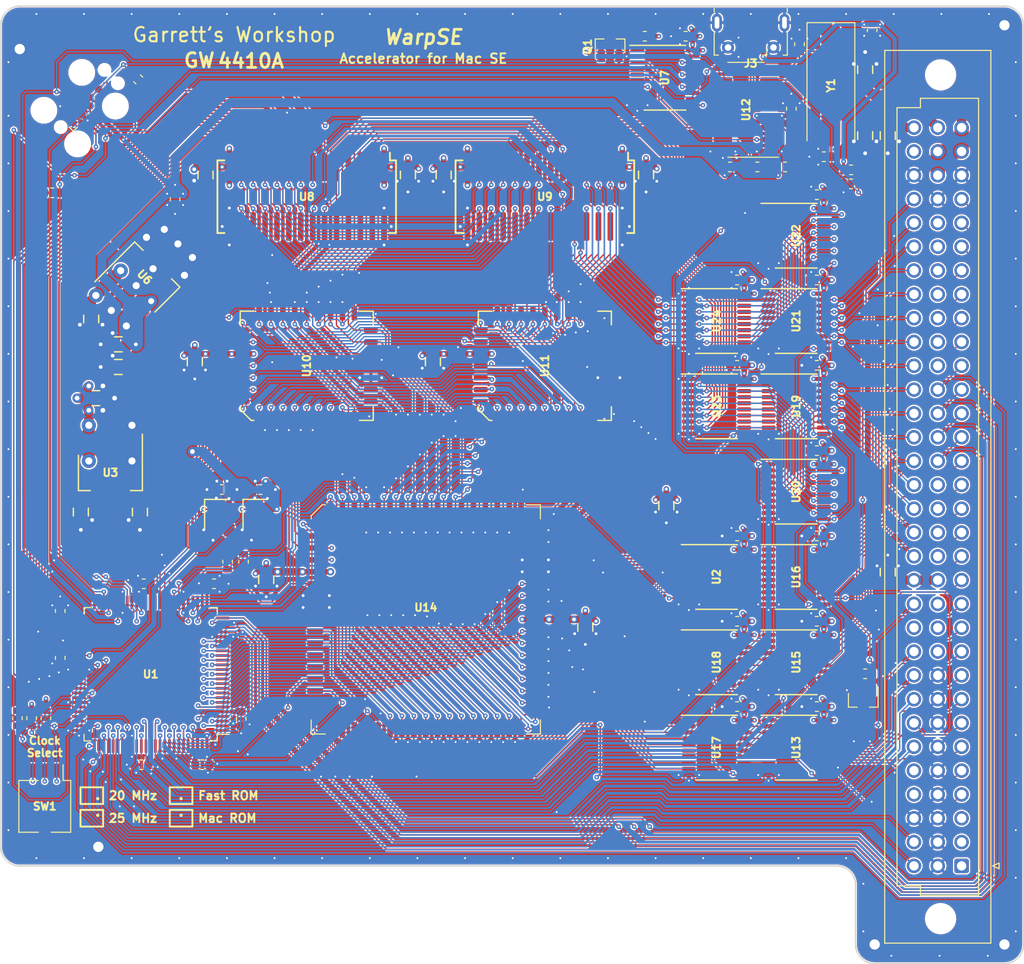
<source format=kicad_pcb>
(kicad_pcb (version 20211014) (generator pcbnew)

  (general
    (thickness 1.6)
  )

  (paper "A4")
  (layers
    (0 "F.Cu" signal)
    (1 "In1.Cu" power)
    (2 "In2.Cu" power)
    (31 "B.Cu" signal)
    (32 "B.Adhes" user "B.Adhesive")
    (33 "F.Adhes" user "F.Adhesive")
    (34 "B.Paste" user)
    (35 "F.Paste" user)
    (36 "B.SilkS" user "B.Silkscreen")
    (37 "F.SilkS" user "F.Silkscreen")
    (38 "B.Mask" user)
    (39 "F.Mask" user)
    (40 "Dwgs.User" user "User.Drawings")
    (41 "Cmts.User" user "User.Comments")
    (42 "Eco1.User" user "User.Eco1")
    (43 "Eco2.User" user "User.Eco2")
    (44 "Edge.Cuts" user)
    (45 "Margin" user)
    (46 "B.CrtYd" user "B.Courtyard")
    (47 "F.CrtYd" user "F.Courtyard")
    (48 "B.Fab" user)
    (49 "F.Fab" user)
  )

  (setup
    (pad_to_mask_clearance 0.05)
    (pcbplotparams
      (layerselection 0x00010fc_ffffffff)
      (disableapertmacros false)
      (usegerberextensions false)
      (usegerberattributes true)
      (usegerberadvancedattributes true)
      (creategerberjobfile true)
      (svguseinch false)
      (svgprecision 6)
      (excludeedgelayer true)
      (plotframeref false)
      (viasonmask false)
      (mode 1)
      (useauxorigin false)
      (hpglpennumber 1)
      (hpglpenspeed 20)
      (hpglpendiameter 15.000000)
      (dxfpolygonmode true)
      (dxfimperialunits true)
      (dxfusepcbnewfont true)
      (psnegative false)
      (psa4output false)
      (plotreference true)
      (plotvalue true)
      (plotinvisibletext false)
      (sketchpadsonfab false)
      (subtractmaskfromsilk false)
      (outputformat 1)
      (mirror false)
      (drillshape 1)
      (scaleselection 1)
      (outputdirectory "")
    )
  )

  (net 0 "")
  (net 1 "GND")
  (net 2 "+5V")
  (net 3 "+3V3")
  (net 4 "-5V")
  (net 5 "+12V")
  (net 6 "-12V")
  (net 7 "Net-(C46-Pad1)")
  (net 8 "unconnected-(J1-PadA1)")
  (net 9 "unconnected-(J1-PadA2)")
  (net 10 "unconnected-(J1-PadA3)")
  (net 11 "/Buf/MacA1")
  (net 12 "/Buf/MacA2")
  (net 13 "/Buf/MacA3")
  (net 14 "/Buf/MacA4")
  (net 15 "/Buf/MacA5")
  (net 16 "/Buf/MacA6")
  (net 17 "/Buf/MacA7")
  (net 18 "/Buf/MacA8")
  (net 19 "/Buf/MacA9")
  (net 20 "/Buf/MacA10")
  (net 21 "/Buf/MacA11")
  (net 22 "/Buf/MacA12")
  (net 23 "/Buf/MacA13")
  (net 24 "/Buf/MacA14")
  (net 25 "/Control/~{RESET}")
  (net 26 "/Buf/MacA15")
  (net 27 "/Control/Mac~{AS}")
  (net 28 "/Control/Mac~{UDS}")
  (net 29 "/Control/Mac~{LDS}")
  (net 30 "/Buf/Mac~{R}W")
  (net 31 "/Control/Mac~{DTACK}")
  (net 32 "/Buf/MacA16")
  (net 33 "/Control/Mac~{VMA}")
  (net 34 "/Control/Mac~{VPA}")
  (net 35 "/Buf/MacA17")
  (net 36 "/Buf/MacA18")
  (net 37 "/Buf/MacA19")
  (net 38 "/Buf/MacA20")
  (net 39 "/Buf/MacA21")
  (net 40 "/Buf/MacA22")
  (net 41 "/Buf/MacA23")
  (net 42 "/Control/Mac~{BERR}")
  (net 43 "/MC68k/~{IPL}2")
  (net 44 "/MC68k/~{IPL}1")
  (net 45 "/MC68k/~{IPL}0")
  (net 46 "/Control/MacE")
  (net 47 "unconnected-(J1-PadB10)")
  (net 48 "unconnected-(J1-PadB11)")
  (net 49 "/Control/C16M")
  (net 50 "/Control/C8M")
  (net 51 "unconnected-(J1-PadB12)")
  (net 52 "unconnected-(J1-PadB22)")
  (net 53 "unconnected-(J1-PadB23)")
  (net 54 "unconnected-(J1-PadB24)")
  (net 55 "unconnected-(J1-PadB25)")
  (net 56 "unconnected-(J1-PadB26)")
  (net 57 "unconnected-(J1-PadB27)")
  (net 58 "unconnected-(J1-PadB28)")
  (net 59 "unconnected-(J1-PadC5)")
  (net 60 "unconnected-(J1-PadC11)")
  (net 61 "/Buf/MacD0")
  (net 62 "/Buf/MacD1")
  (net 63 "/Buf/MacD2")
  (net 64 "/Buf/MacD3")
  (net 65 "/Buf/MacD4")
  (net 66 "/Buf/MacD5")
  (net 67 "/Buf/MacD6")
  (net 68 "/Buf/MacD7")
  (net 69 "/Buf/MacD8")
  (net 70 "/Buf/MacD9")
  (net 71 "/Buf/MacD10")
  (net 72 "/Buf/MacD11")
  (net 73 "/Buf/MacD12")
  (net 74 "/Buf/MacD13")
  (net 75 "/Buf/MacD14")
  (net 76 "/Buf/MacD15")
  (net 77 "unconnected-(J1-PadC31)")
  (net 78 "/Control/TMS")
  (net 79 "/Control/TCK")
  (net 80 "/Prog/TDO")
  (net 81 "/Control/TDI")
  (net 82 "Net-(J3-Pad3)")
  (net 83 "unconnected-(J2-Pad6)")
  (net 84 "/Prog/USB5V")
  (net 85 "Net-(J3-Pad2)")
  (net 86 "Net-(R1-Pad1)")
  (net 87 "unconnected-(J2-Pad7)")
  (net 88 "unconnected-(J2-Pad8)")
  (net 89 "/Control/SW1")
  (net 90 "/Clk.sch/CK20EN")
  (net 91 "unconnected-(J3-Pad4)")
  (net 92 "/Clk.sch/MCLK")
  (net 93 "/Clk.sch/RCLK")
  (net 94 "unconnected-(U1-Pad1)")
  (net 95 "/Control/Acc~{VPA}")
  (net 96 "/Control/Acc~{BERR}")
  (net 97 "/Buf/Din~{OE}")
  (net 98 "/Buf/Dout~{OE}")
  (net 99 "/Buf/Aout~{OE}")
  (net 100 "/Buf/DinLE")
  (net 101 "/Buf/ADoutLE0")
  (net 102 "/Buf/ADoutLE1")
  (net 103 "/Buf/AccA5")
  (net 104 "/Buf/AccA6")
  (net 105 "/Buf/AccA7")
  (net 106 "/Buf/AccA8")
  (net 107 "/Buf/AccA9")
  (net 108 "/Control/U~{WE}")
  (net 109 "/Control/L~{WE}")
  (net 110 "/Control/~{RAS}")
  (net 111 "/Control/RA11")
  (net 112 "/Clk.sch/CK25EN")
  (net 113 "/Buf/AccA10")
  (net 114 "/Control/RA9")
  (net 115 "/Control/RA10")
  (net 116 "/Control/RA8")
  (net 117 "/Control/RA0")
  (net 118 "/Control/RA7")
  (net 119 "/Control/RA1")
  (net 120 "/Buf/AccA11")
  (net 121 "/Control/RA6")
  (net 122 "/Control/RA2")
  (net 123 "/Control/RA5")
  (net 124 "/Control/RA3")
  (net 125 "/Control/RA4")
  (net 126 "/Buf/AccA12")
  (net 127 "/Control/~{OE}")
  (net 128 "/Control/~{CAS}")
  (net 129 "/Control/ROM~{CS}")
  (net 130 "/Control/ROM~{WE}")
  (net 131 "/Control/Acc~{UDS}")
  (net 132 "/Control/Acc~{AS}")
  (net 133 "/Control/Acc~{LDS}")
  (net 134 "/Buf/AccA13")
  (net 135 "/Control/Acc~{DTACK}")
  (net 136 "/Buf/AccA14")
  (net 137 "/Buf/AccA15")
  (net 138 "/Buf/AccA16")
  (net 139 "/Buf/AccA17")
  (net 140 "/Buf/AccA18")
  (net 141 "/Buf/AccA19")
  (net 142 "/Buf/AccA20")
  (net 143 "/Buf/AccA21")
  (net 144 "/Buf/AccA22")
  (net 145 "/Buf/AccA23")
  (net 146 "/Buf/Acc~{R}W")
  (net 147 "unconnected-(U1-Pad39)")
  (net 148 "unconnected-(U1-Pad49)")
  (net 149 "unconnected-(U1-Pad58)")
  (net 150 "unconnected-(U1-Pad68)")
  (net 151 "unconnected-(U1-Pad70)")
  (net 152 "unconnected-(U1-Pad71)")
  (net 153 "unconnected-(U1-Pad72)")
  (net 154 "unconnected-(U1-Pad73)")
  (net 155 "Net-(U16-Pad2)")
  (net 156 "Net-(U16-Pad3)")
  (net 157 "Net-(U16-Pad4)")
  (net 158 "Net-(U16-Pad5)")
  (net 159 "Net-(U16-Pad6)")
  (net 160 "Net-(U16-Pad7)")
  (net 161 "Net-(U16-Pad8)")
  (net 162 "Net-(U16-Pad9)")
  (net 163 "/Buf/AccD6")
  (net 164 "/Buf/AccD7")
  (net 165 "/Buf/AccD5")
  (net 166 "/Buf/AccD3")
  (net 167 "/Buf/AccD1")
  (net 168 "/Buf/AccD0")
  (net 169 "/Buf/AccD2")
  (net 170 "/Buf/AccD4")
  (net 171 "/Buf/AccD14")
  (net 172 "/Buf/AccD15")
  (net 173 "/Buf/AccD13")
  (net 174 "/Buf/AccD11")
  (net 175 "/Buf/AccD9")
  (net 176 "/Buf/AccD8")
  (net 177 "/Buf/AccD10")
  (net 178 "/Buf/AccD12")
  (net 179 "/Buf/AccA1")
  (net 180 "/Buf/AccA2")
  (net 181 "/Buf/AccA3")
  (net 182 "Net-(U13-Pad2)")
  (net 183 "Net-(U13-Pad3)")
  (net 184 "Net-(U13-Pad4)")
  (net 185 "Net-(U13-Pad5)")
  (net 186 "Net-(U13-Pad6)")
  (net 187 "Net-(U13-Pad7)")
  (net 188 "Net-(U13-Pad8)")
  (net 189 "Net-(U13-Pad9)")
  (net 190 "/Buf/AccA4")
  (net 191 "unconnected-(U1-Pad99)")
  (net 192 "unconnected-(U7-Pad12)")
  (net 193 "unconnected-(U7-Pad13)")
  (net 194 "unconnected-(U7-Pad15)")
  (net 195 "unconnected-(U7-Pad17)")
  (net 196 "unconnected-(U7-Pad19)")
  (net 197 "unconnected-(U12-Pad10)")
  (net 198 "Net-(U15-Pad2)")
  (net 199 "Net-(U15-Pad3)")
  (net 200 "Net-(U15-Pad4)")
  (net 201 "Net-(U15-Pad5)")
  (net 202 "Net-(U15-Pad6)")
  (net 203 "Net-(U15-Pad7)")
  (net 204 "Net-(U15-Pad8)")
  (net 205 "Net-(U15-Pad9)")
  (net 206 "Net-(U19-Pad2)")
  (net 207 "Net-(U19-Pad3)")
  (net 208 "Net-(U19-Pad4)")
  (net 209 "Net-(U19-Pad5)")
  (net 210 "Net-(U19-Pad6)")
  (net 211 "Net-(U19-Pad7)")
  (net 212 "Net-(U19-Pad8)")
  (net 213 "Net-(U19-Pad9)")
  (net 214 "Net-(U21-Pad2)")
  (net 215 "Net-(U21-Pad3)")
  (net 216 "Net-(U21-Pad4)")
  (net 217 "Net-(U21-Pad5)")
  (net 218 "Net-(U21-Pad6)")
  (net 219 "Net-(U21-Pad7)")
  (net 220 "Net-(U21-Pad8)")
  (net 221 "Net-(U21-Pad9)")
  (net 222 "Net-(R5-Pad1)")
  (net 223 "Net-(C47-Pad1)")
  (net 224 "unconnected-(U12-Pad11)")
  (net 225 "unconnected-(U12-Pad12)")
  (net 226 "unconnected-(U14-Pad11)")
  (net 227 "unconnected-(U14-Pad18)")
  (net 228 "unconnected-(U14-Pad21)")
  (net 229 "unconnected-(U14-Pad22)")
  (net 230 "unconnected-(U14-Pad28)")
  (net 231 "/Prog/UTCK")
  (net 232 "Net-(C48-Pad1)")
  (net 233 "/Prog/JTAG~{OE}")
  (net 234 "/Control/SW2")
  (net 235 "Net-(R9-Pad2)")
  (net 236 "/Prog/UTMS")
  (net 237 "/Prog/UTDI")
  (net 238 "unconnected-(U14-Pad29)")
  (net 239 "unconnected-(U14-Pad30)")
  (net 240 "unconnected-(U14-Pad31)")

  (footprint "stdpads:C_0805" (layer "F.Cu") (at 112.903 71.208 -90))

  (footprint "stdpads:C_0805" (layer "F.Cu") (at 115.7995 73.914 180))

  (footprint "stdpads:C_0805" (layer "F.Cu") (at 115.7995 76.327 180))

  (footprint "stdpads:C_0603" (layer "F.Cu") (at 130.95 89.4 180))

  (footprint "stdpads:C_0805" (layer "F.Cu") (at 113.4 79.65))

  (footprint "stdpads:TQFP-100_14x14mm_P0.5mm" (layer "F.Cu") (at 119.25 109.1 90))

  (footprint "stdpads:C_0805" (layer "F.Cu") (at 195.453 44.616 90))

  (footprint "stdpads:C_0805" (layer "F.Cu") (at 195.453 51.65 -90))

  (footprint "stdpads:C_0805" (layer "F.Cu") (at 197.866 51.65 -90))

  (footprint "stdpads:SOT-223" (layer "F.Cu") (at 118.6 66.75 -135))

  (footprint "stdpads:SOJ-28_300mil" (layer "F.Cu") (at 161.29 58.166 -90))

  (footprint "stdpads:DIN41612_R_3x32_Male_Vertical_THT" (layer "F.Cu") (at 205.74 129.54 180))

  (footprint "stdpads:C_0603" (layer "F.Cu") (at 126 99.45))

  (footprint "stdpads:TSSOP-20_4.4x6.5mm_P0.65mm" (layer "F.Cu") (at 179.6 98.725 -90))

  (footprint "stdpads:C_0603" (layer "F.Cu") (at 181.8 94.35 180))

  (footprint "stdpads:C_0603" (layer "F.Cu") (at 190.3 57.95 180))

  (footprint "stdpads:C_0603" (layer "F.Cu") (at 190.3 94.35 180))

  (footprint "stdpads:C_0603" (layer "F.Cu") (at 190.3 85.25 180))

  (footprint "stdpads:C_0603" (layer "F.Cu") (at 181.8 112.55 180))

  (footprint "stdpads:C_0603" (layer "F.Cu") (at 190.3 112.55 180))

  (footprint "stdpads:C_0603" (layer "F.Cu") (at 190.3 67.05 180))

  (footprint "stdpads:C_0603" (layer "F.Cu") (at 181.8 67.05 180))

  (footprint "stdpads:C_0603" (layer "F.Cu") (at 181.8 76.15 180))

  (footprint "stdpads:C_0603" (layer "F.Cu") (at 181.8 103.45 180))

  (footprint "stdpads:C_0603" (layer "F.Cu") (at 190.3 103.45 180))

  (footprint "stdpads:C_0805" (layer "F.Cu") (at 197.866 98.21 90))

  (footprint "stdpads:C_0805" (layer "F.Cu") (at 131.572 99.021 -90))

  (footprint "stdpads:C_0805" (layer "F.Cu") (at 165.608 104.101 -90))

  (footprint "stdpads:TSSOP-20_4.4x6.5mm_P0.65mm" (layer "F.Cu") (at 179.6 71.425 -90))

  (footprint "stdpads:TSSOP-20_4.4x6.5mm_P0.65mm" (layer "F.Cu") (at 179.6 80.525 -90))

  (footprint "stdpads:TSSOP-20_4.4x6.5mm_P0.65mm" (layer "F.Cu") (at 188.1 62.325 -90))

  (footprint "stdpads:TSSOP-20_4.4x6.5mm_P0.65mm" (layer "F.Cu") (at 188.1 71.425 -90))

  (footprint "stdpads:TSSOP-20_4.4x6.5mm_P0.65mm" (layer "F.Cu") (at 188.1 89.625 -90))

  (footprint "stdpads:TSSOP-20_4.4x6.5mm_P0.65mm" (layer "F.Cu")
    (tedit 5F27C9F6) (tstamp 00000000-0000-0000-0000-000061aa2d14)
    (at 188.1 80.525 -90)
    (descr "20-Lead Plastic Thin Shrink Small Outline (ST)-4.4 mm Body [TSSOP] (see Microchip Packaging Specification 00000049BS.pdf)")
    (tags "SSOP 0.65")
    (property "LCSC Part" "C141311")
    (property "Sheetfile" "Buf.kicad_sch")
    (property "Sheetname" "Buf")
    (path "/00000000-0000-0000-0000-000060941922/00000000-0000-0000-0000-000060976b52")
    (solder_mask_margin 0.024)
    (solder_paste_margin -0.04)
    (attr smd)
    (fp_text reference "U19" (at 0 0 -90) (layer "F.Fab")
      (effects (font (size 0.8128 0.8128) (thickness 0.2032)))
      (tstamp c1e69ce0-c15e-4a8b-a685-929e9401f27d)
    )
    (fp_text value "74AHCT573PW" (at 0 1.016 -90) (layer "F.Fab")
      (effects (font (size 0.508 0.508) (thickness 0.127)))
      (tstamp 9c3c410d-2591-4a18-8bb3-5fbc475cc373)
    )
    (fp_text user "${REFERENCE}" (at 0 0 90) (layer "F.SilkS")
      (effects (font (size 0.8128 0.8128) (thickness 0.2032)))
      (tstamp 4bc534a8-0959-488c-8c97-7d6e9a017e9c)
    )
    (fp_line (start -3.45 3.75) (end -3.45 -2.225) (layer "F.SilkS") (width 0.15) (tstamp 8827de82-2f0c-497d-b1f3-42565c18a1cc))
    (fp_line (start 3.45 2.225) (end 3.45 -2.225) (layer "F.SilkS") (width 0.15) (tstamp e631b9fe-a372-4e89-8f70-a2b7b610ba05))
    (fp_line (start 3.55 3.95) (end 3.55 -3.95) (layer "F.CrtYd") (width 0.05) (tstamp 3dde21ca-5888-4ecd-8f59-9da214a5f9ba))
    (fp_line (start -3.55 3.95) (end 3.55 3.95) (layer "F.CrtYd") (width 0.05) (tstamp 6f262618-7cca-433a-87ef-8175dc9fd19d))
    (fp_line (start -3.55 -3.95) (end 3.55 -3.95) (layer "F.CrtYd") (width 0.05) (tstamp 7ffceb90-04a0-40e5-b1bb-36c263630f50))
    (fp_line (start -3.55 3.95) (end -3.55 -3.95) (layer "F.CrtYd") (width 0.05) (tstamp db44a447-5878-44a0-bc7e-a556fce1102e))
    (fp_line (start -2.25 2.2) (end -3.25 1.2) (layer "F.Fab") (width 0.15) (tstamp 0a7e83c9-f938-445c-b51f-88bcd61f6b23))
    (fp_line (start 3.25 -2.2) (end 3.25 2.2) (layer "F.Fab") (width 0.15) (tstamp 124e91a2-9359-4430-a626-df663169a19d))
    (fp_line (start -3.25 -2.2) (end 3.25 -2.2) (layer "F.Fab") (width 0.15) (tstamp 85bd589c-cd0b-48a0-99fb-455d2350ac5a))
    (fp_line (start -3.25 1.2) (end -3.25 -2.2) (layer "F.Fab") (width 0.15) (tstamp 8998eb1f-e190-4a26-87c8-5095df281e2b))
    (fp_line (start 3.25 2.2) (end -2.25 2.2) (layer "F.Fab") (width 0.15) (tstamp ac9bceab-084b-408c-86b3-c3deaae9dd9f))
    (pad "1" smd roundrect locked (at -2.925 2.95) (size 1.45 0.45) (layers "F.Cu" "F.Paste" "F.Mask") (roundrect_rratio 0.25)
      (net 98 "/Buf/Dout~{OE}") (pinfunction "~{OE}") (pintype "input") (tstamp ea7f0e0d-02e9-4f29-8d50-6b70163a30dd))
    (pad "2" smd roundrect locked (at -2.275 2.95) (size 1.45 0.45) (layers "F.Cu" "F.Paste" "F.Mask") (roundrect_rratio 0.25)
      (net 206 "Net-(U19-Pad2)") (pinfunction "D0") (pintype "input") (tstamp 6aa2b36c-c06c-4e6e-910b-f1d002c87bc0))
    (pad "3" smd roundrect locked (at -1.625 2.95) (size 1.45 0.45) (layers "F.Cu" "F.Paste" "F.Mask") (roundrect_rratio 0.25)
      (net 207 "Net-(U19-Pad3)") (pinfunction "D1") (pintype "input") (tstamp d5509e75-efbb-4959-ac05-d328117ce896))
    (pad "4" smd roundrect locked (at -0.975 2.95) (size 1.45 0.45) (layers "F.Cu" "F.Paste" "F.Mask") (roundrect_rratio 0.25)
      (net 208 "Net-(U19-Pad4)") (pinfunction "D2") (pintype "input") (tstamp f6f81491-79d4-4e44-a7f0-ebfd1730f516))
    (pad "5" smd roundrect locked (at -0.325 2.95) (size 1.45 0.45) (layers "F.Cu" "F.Paste" "F.Mask") (roundrect_rratio 0.25)
      (net 209 "Net-(U19-Pad5)") (pinfunction "D3") (pintype "input") (tstamp e90ed0fc-d9ab-4625-ad20-0cdb50e55861))
    (pad "6" smd roundrect locked (at 0.325 2.95) (size 1.45 0.45) (layers "F.Cu" "F.Paste" "F.Mask") (roundrect_rratio 0.25)
      (net 210 "Net-(U19-Pad6)") (pinfunction "D4") (pintype "input") (tstamp 2114a500-e565-430d-8f37-11feef5e819d))
    (pad "7" smd roundrect locked (at 0.975 2.95) (size 1.45 0.45) (layers "F.Cu" "F.Paste" "F.Mask") (roundrect_rratio 0.25)
      (net 211 "Net-(U19-Pad7)") (pinfunction "D5") (pintype "input") (tstamp 145654d5-d88f-4ea3-813d-a69e135bc641))
    (pad "8" smd roundrect locked (at 1.625 2.95) (size 1.45 0.45) (layers "F.Cu" "F.Paste" "F.Mask") (roundrect_rratio 0.25)
      (net 212 "Net-(U19-Pad8)") (pinfunction "D6") (pintype "input") (tstamp b0376c07-e6aa-4806-b092-98376a86393f))
    (pad "9" smd roundrect locked (at 2.275 2.95) (size 1.45 0.45) (layers "F.Cu" "F.Paste" "F.Mask") (roundrect_rratio 0.25)
      (net 213 "Net-(U19-Pad9)") (pinfunction "D7") (pintype "input") (tstamp 9d982260-d8a6-4c83-907d-1ac6a6481d5f))
    (pad "10" smd roundrect locked (at 2.925 2.95) (size 1.45 0.45) (layers "F.Cu" "F.Paste" "F.Mask") (roundrect_rratio 0.25)
      (net 1 "GND") (pinfunction "GND") (pintype "power_in") (tstamp 380d8034-62e9-44fe-9b1c-5017f20e4828))
    (pad "11" smd roundrect locked (at 2.925 -2.95) (size 1.45 0.45) (layers "F.Cu" "F.Paste" "F.Mask") (roundrect_rratio 0.25)
      (net 101 "/Buf/ADoutLE0") (pinfunction "~{LE}") (pintype "input") (tstamp a1dcf0dc-7492-42b1-afb9-e749a3ffce12))
    (pad "12" smd roundrect locked (at 2.275 -2.95) (size 1.45 0.45) (layers "F.Cu" "F.Paste" "F.Mask") (roundrect_rratio 0.25)
      (net 61 "/Buf/MacD0") (pinfunction "Q7") (pintype "tri_state") (tstamp e44ef9a7-1100-4f20-b3c0-c7ba59f02c79))
    (pad "13" smd roundrect locked (at 1.625 -2.95) (size 1.45 0.45) (layers "F.Cu" "F.Paste" "F.Mask") (roundrect_rratio 0.25)
      (net 62 "/Buf/MacD1") (pinfunction "Q6") (pintype "tri_state") (tstamp 944d32a2-6efe-4b52-bb0c-b0a741677e8a))
    (pad "14" smd roundrect locked (at 0.975 -2.95) (size 1.45 0.45) (layers "F.Cu" "F.Paste" "F.Mask") (roundrect_rratio 0.25)
      (net 63 "/Buf/MacD2") (pinfunction "Q5") (pintype "tri_state") (tstamp 690122c3-c313-401a-89e2-1808ebb02249))
    (pad "15" smd roundrect locked (at 0.325 -2.95) (size 1.45 0.45) (layers "F.Cu" "F.Paste" "F.Mask") (roundrect_rratio 0.25)
      (net 64 "/Buf/MacD3") (pinfunction "Q4") (pintype "tri_state") (tstamp 930d3ce9-9346-43af-8fb4-9c83dbca6d7a))
    (pad "16" smd roundrect locked (at -0.325 -2.95) (size 1.45 0.45) (layers "F.Cu" "F.Paste" "F.Mask") (roundrect_rratio 0.25)
      (net 65 "/Buf/MacD4") (pinfunction "Q3") (pintype "tri_state") (tstamp d30e25c5-a336-45d1-91bd-a6d7795edfb9))
    (pad "17" smd roundrect locked (at -0.975 -2.95) (size 1.45 0.45) (layers "F.Cu" "F.Paste" "F.Mask") (roundrect_rratio 0.25)
      (net 66 "/Buf/MacD5") (pinfunction "Q2") (pintype "tri_state") (tstamp 708ede88-1143-44c9-ad1d-914cbe7f9370))
    (pad "18" smd roundrect locked (at -1.625 -2.95) (size 1.45
... [6888649 chars truncated]
</source>
